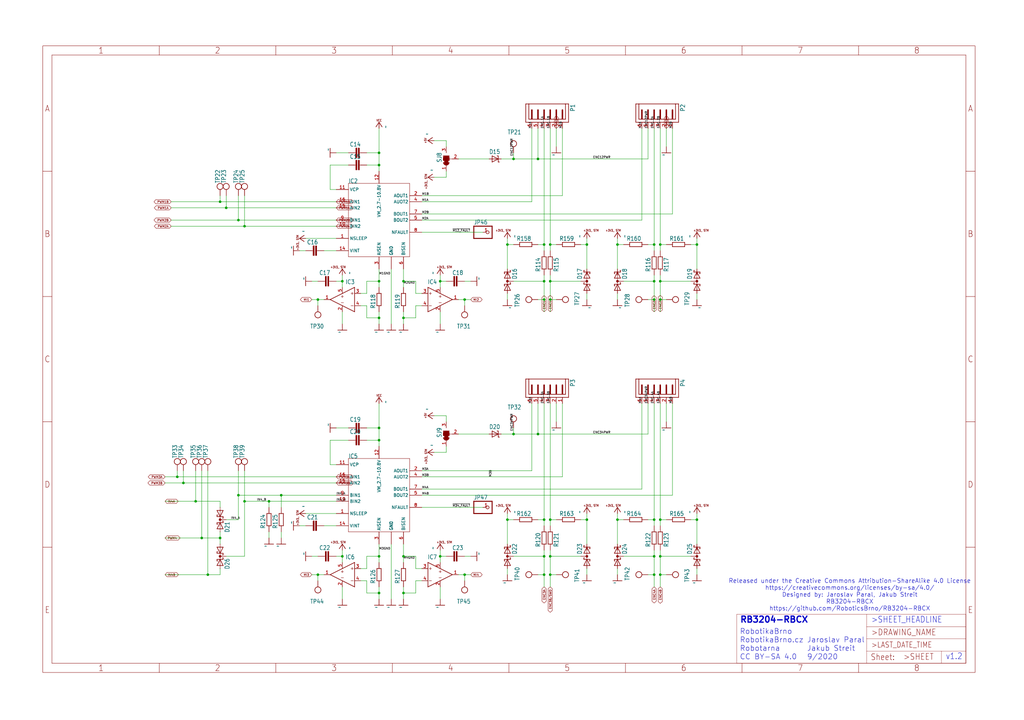
<source format=kicad_sch>
(kicad_sch (version 20211123) (generator eeschema)
  (paper "User" 425.45 299.161)
  (junction (at 210.82 101.6))
  (junction (at 101.6 208.28))
  (junction (at 271.78 116.84))
  (junction (at 193.04 238.76))
  (junction (at 223.52 66.04))
  (junction (at 91.44 223.52))
  (junction (at 289.56 101.6))
  (junction (at 157.48 132.08))
  (junction (at 271.78 101.6))
  (junction (at 228.6 231.14))
  (junction (at 210.82 215.9))
  (junction (at 226.06 238.76))
  (junction (at 274.32 238.76))
  (junction (at 213.36 180.34))
  (junction (at 274.32 116.84))
  (junction (at 226.06 116.84))
  (junction (at 142.24 116.84))
  (junction (at 256.54 101.6))
  (junction (at 142.24 231.14))
  (junction (at 157.48 246.38))
  (junction (at 182.88 231.14))
  (junction (at 157.48 63.5))
  (junction (at 132.08 238.76))
  (junction (at 226.06 215.9))
  (junction (at 228.6 238.76))
  (junction (at 157.48 116.84))
  (junction (at 93.98 86.36))
  (junction (at 99.06 205.74))
  (junction (at 271.78 231.14))
  (junction (at 86.36 238.76))
  (junction (at 116.84 205.74))
  (junction (at 193.04 124.46))
  (junction (at 167.64 246.38))
  (junction (at 274.32 231.14))
  (junction (at 132.08 124.46))
  (junction (at 91.44 83.82))
  (junction (at 256.54 215.9))
  (junction (at 157.48 231.14))
  (junction (at 111.76 208.28))
  (junction (at 228.6 101.6))
  (junction (at 228.6 215.9))
  (junction (at 81.28 208.28))
  (junction (at 167.64 116.84))
  (junction (at 76.2 200.66))
  (junction (at 83.82 223.52))
  (junction (at 271.78 238.76))
  (junction (at 226.06 101.6))
  (junction (at 223.52 180.34))
  (junction (at 243.84 101.6))
  (junction (at 243.84 215.9))
  (junction (at 157.48 68.58))
  (junction (at 228.6 124.46))
  (junction (at 271.78 215.9))
  (junction (at 167.64 231.14))
  (junction (at 157.48 182.88))
  (junction (at 274.32 101.6))
  (junction (at 213.36 66.04))
  (junction (at 228.6 116.84))
  (junction (at 157.48 177.8))
  (junction (at 289.56 215.9))
  (junction (at 101.6 93.98))
  (junction (at 274.32 215.9))
  (junction (at 167.64 132.08))
  (junction (at 226.06 231.14))
  (junction (at 73.66 198.12))
  (junction (at 226.06 124.46))
  (junction (at 182.88 116.84))
  (junction (at 99.06 91.44))
  (junction (at 271.78 124.46))
  (junction (at 274.32 124.46))
  (wire (pts (xy 231.14 124.46) (xy 228.6 124.46)))
  (wire (pts (xy 157.48 71.12) (xy 157.48 68.58)))
  (wire (pts (xy 256.54 215.9) (xy 256.54 213.36)))
  (wire (pts (xy 172.72 121.92) (xy 172.72 116.84)))
  (wire (pts (xy 152.4 127) (xy 152.4 132.08)))
  (wire (pts (xy 223.52 215.9) (xy 226.06 215.9)))
  (wire (pts (xy 226.06 101.6) (xy 226.06 104.14)))
  (wire (pts (xy 101.6 231.14) (xy 93.98 231.14)))
  (wire (pts (xy 152.4 182.88) (xy 157.48 182.88)))
  (wire (pts (xy 228.6 215.9) (xy 228.6 218.44)))
  (wire (pts (xy 213.36 231.14) (xy 226.06 231.14)))
  (wire (pts (xy 152.4 121.92) (xy 152.4 116.84)))
  (wire (pts (xy 101.6 208.28) (xy 101.6 231.14)))
  (wire (pts (xy 142.24 116.84) (xy 142.24 114.3)))
  (wire (pts (xy 91.44 236.22) (xy 91.44 238.76)))
  (wire (pts (xy 256.54 101.6) (xy 256.54 99.06)))
  (wire (pts (xy 274.32 101.6) (xy 274.32 53.34)))
  (wire (pts (xy 259.08 231.14) (xy 271.78 231.14)))
  (wire (pts (xy 287.02 215.9) (xy 289.56 215.9)))
  (wire (pts (xy 266.7 53.34) (xy 266.7 91.44)))
  (wire (pts (xy 167.64 246.38) (xy 167.64 243.84)))
  (wire (pts (xy 175.26 198.12) (xy 233.68 198.12)))
  (wire (pts (xy 185.42 73.66) (xy 185.42 71.12)))
  (wire (pts (xy 276.86 124.46) (xy 274.32 124.46)))
  (wire (pts (xy 279.4 167.64) (xy 279.4 205.74)))
  (wire (pts (xy 157.48 134.62) (xy 157.48 132.08)))
  (wire (pts (xy 276.86 238.76) (xy 274.32 238.76)))
  (wire (pts (xy 182.88 119.38) (xy 182.88 116.84)))
  (wire (pts (xy 116.84 223.52) (xy 116.84 220.98)))
  (wire (pts (xy 134.62 104.14) (xy 139.7 104.14)))
  (wire (pts (xy 162.56 226.06) (xy 162.56 248.92)))
  (wire (pts (xy 213.36 215.9) (xy 210.82 215.9)))
  (wire (pts (xy 139.7 231.14) (xy 142.24 231.14)))
  (wire (pts (xy 185.42 187.96) (xy 185.42 185.42)))
  (wire (pts (xy 223.52 124.46) (xy 226.06 124.46)))
  (wire (pts (xy 269.24 101.6) (xy 271.78 101.6)))
  (wire (pts (xy 228.6 101.6) (xy 228.6 53.34)))
  (wire (pts (xy 142.24 248.92) (xy 142.24 243.84)))
  (wire (pts (xy 213.36 63.5) (xy 213.36 66.04)))
  (wire (pts (xy 175.26 81.28) (xy 233.68 81.28)))
  (wire (pts (xy 289.56 226.06) (xy 289.56 215.9)))
  (wire (pts (xy 231.14 60.96) (xy 231.14 53.34)))
  (wire (pts (xy 157.48 185.42) (xy 157.48 182.88)))
  (wire (pts (xy 241.3 231.14) (xy 228.6 231.14)))
  (wire (pts (xy 210.82 236.22) (xy 210.82 238.76)))
  (wire (pts (xy 83.82 195.58) (xy 83.82 223.52)))
  (wire (pts (xy 139.7 91.44) (xy 99.06 91.44)))
  (wire (pts (xy 101.6 81.28) (xy 101.6 93.98)))
  (wire (pts (xy 157.48 182.88) (xy 157.48 177.8)))
  (wire (pts (xy 269.24 124.46) (xy 271.78 124.46)))
  (wire (pts (xy 83.82 223.52) (xy 68.58 223.52)))
  (wire (pts (xy 226.06 124.46) (xy 226.06 129.54)))
  (wire (pts (xy 91.44 210.82) (xy 91.44 208.28)))
  (wire (pts (xy 93.98 86.36) (xy 71.12 86.36)))
  (wire (pts (xy 157.48 116.84) (xy 157.48 111.76)))
  (wire (pts (xy 132.08 231.14) (xy 129.54 231.14)))
  (wire (pts (xy 287.02 116.84) (xy 274.32 116.84)))
  (wire (pts (xy 185.42 172.72) (xy 185.42 175.26)))
  (wire (pts (xy 228.6 116.84) (xy 228.6 114.3)))
  (wire (pts (xy 132.08 241.3) (xy 132.08 238.76)))
  (wire (pts (xy 139.7 200.66) (xy 76.2 200.66)))
  (wire (pts (xy 231.14 101.6) (xy 228.6 101.6)))
  (wire (pts (xy 172.72 231.14) (xy 167.64 231.14)))
  (wire (pts (xy 274.32 218.44) (xy 274.32 215.9)))
  (wire (pts (xy 243.84 101.6) (xy 243.84 111.76)))
  (wire (pts (xy 144.78 68.58) (xy 137.16 68.58)))
  (wire (pts (xy 223.52 53.34) (xy 223.52 66.04)))
  (wire (pts (xy 193.04 124.46) (xy 195.58 124.46)))
  (wire (pts (xy 142.24 233.68) (xy 142.24 231.14)))
  (wire (pts (xy 175.26 236.22) (xy 172.72 236.22)))
  (wire (pts (xy 271.78 218.44) (xy 271.78 215.9)))
  (wire (pts (xy 157.48 63.5) (xy 157.48 53.34)))
  (wire (pts (xy 175.26 121.92) (xy 172.72 121.92)))
  (wire (pts (xy 213.36 116.84) (xy 226.06 116.84)))
  (wire (pts (xy 210.82 111.76) (xy 210.82 101.6)))
  (wire (pts (xy 139.7 177.8) (xy 144.78 177.8)))
  (wire (pts (xy 167.64 231.14) (xy 167.64 226.06)))
  (wire (pts (xy 91.44 208.28) (xy 81.28 208.28)))
  (wire (pts (xy 134.62 238.76) (xy 132.08 238.76)))
  (wire (pts (xy 137.16 68.58) (xy 137.16 78.74)))
  (wire (pts (xy 195.58 231.14) (xy 193.04 231.14)))
  (wire (pts (xy 271.78 101.6) (xy 271.78 53.34)))
  (wire (pts (xy 157.48 248.92) (xy 157.48 246.38)))
  (wire (pts (xy 111.76 223.52) (xy 111.76 220.98)))
  (wire (pts (xy 180.34 172.72) (xy 185.42 172.72)))
  (wire (pts (xy 142.24 134.62) (xy 142.24 129.54)))
  (wire (pts (xy 226.06 231.14) (xy 226.06 228.6)))
  (wire (pts (xy 190.5 124.46) (xy 193.04 124.46)))
  (wire (pts (xy 81.28 208.28) (xy 68.58 208.28)))
  (wire (pts (xy 172.72 236.22) (xy 172.72 231.14)))
  (wire (pts (xy 228.6 228.6) (xy 228.6 231.14)))
  (wire (pts (xy 289.56 236.22) (xy 289.56 238.76)))
  (wire (pts (xy 144.78 182.88) (xy 137.16 182.88)))
  (wire (pts (xy 175.26 127) (xy 172.72 127)))
  (wire (pts (xy 182.88 231.14) (xy 182.88 228.6)))
  (wire (pts (xy 134.62 124.46) (xy 132.08 124.46)))
  (wire (pts (xy 139.7 86.36) (xy 93.98 86.36)))
  (wire (pts (xy 223.52 180.34) (xy 213.36 180.34)))
  (wire (pts (xy 175.26 88.9) (xy 279.4 88.9)))
  (wire (pts (xy 175.26 210.82) (xy 200.66 210.82)))
  (wire (pts (xy 289.56 215.9) (xy 289.56 213.36)))
  (wire (pts (xy 228.6 238.76) (xy 228.6 243.84)))
  (wire (pts (xy 276.86 60.96) (xy 276.86 53.34)))
  (wire (pts (xy 139.7 99.06) (xy 127 99.06)))
  (wire (pts (xy 182.88 116.84) (xy 182.88 114.3)))
  (wire (pts (xy 99.06 81.28) (xy 99.06 91.44)))
  (wire (pts (xy 86.36 238.76) (xy 68.58 238.76)))
  (wire (pts (xy 271.78 124.46) (xy 271.78 116.84)))
  (wire (pts (xy 132.08 127) (xy 132.08 124.46)))
  (wire (pts (xy 256.54 111.76) (xy 256.54 101.6)))
  (wire (pts (xy 182.88 134.62) (xy 182.88 129.54)))
  (wire (pts (xy 271.78 104.14) (xy 271.78 101.6)))
  (wire (pts (xy 276.86 167.64) (xy 276.86 175.26)))
  (wire (pts (xy 208.28 180.34) (xy 213.36 180.34)))
  (wire (pts (xy 152.4 177.8) (xy 157.48 177.8)))
  (wire (pts (xy 152.4 236.22) (xy 152.4 231.14)))
  (wire (pts (xy 167.64 134.62) (xy 167.64 132.08)))
  (wire (pts (xy 269.24 167.64) (xy 269.24 180.34)))
  (wire (pts (xy 152.4 116.84) (xy 157.48 116.84)))
  (wire (pts (xy 274.32 243.84) (xy 274.32 238.76)))
  (wire (pts (xy 152.4 132.08) (xy 157.48 132.08)))
  (wire (pts (xy 226.06 215.9) (xy 226.06 167.64)))
  (wire (pts (xy 243.84 215.9) (xy 243.84 213.36)))
  (wire (pts (xy 213.36 101.6) (xy 210.82 101.6)))
  (wire (pts (xy 99.06 195.58) (xy 99.06 205.74)))
  (wire (pts (xy 195.58 116.84) (xy 193.04 116.84)))
  (wire (pts (xy 180.34 73.66) (xy 185.42 73.66)))
  (wire (pts (xy 175.26 195.58) (xy 220.98 195.58)))
  (wire (pts (xy 223.52 66.04) (xy 213.36 66.04)))
  (wire (pts (xy 152.4 68.58) (xy 157.48 68.58)))
  (wire (pts (xy 137.16 78.74) (xy 139.7 78.74)))
  (wire (pts (xy 210.82 215.9) (xy 210.82 213.36)))
  (wire (pts (xy 157.48 119.38) (xy 157.48 116.84)))
  (wire (pts (xy 116.84 210.82) (xy 116.84 205.74)))
  (wire (pts (xy 93.98 81.28) (xy 93.98 86.36)))
  (wire (pts (xy 274.32 124.46) (xy 274.32 116.84)))
  (wire (pts (xy 259.08 101.6) (xy 256.54 101.6)))
  (wire (pts (xy 274.32 238.76) (xy 274.32 231.14)))
  (wire (pts (xy 127 104.14) (xy 124.46 104.14)))
  (wire (pts (xy 139.7 93.98) (xy 101.6 93.98)))
  (wire (pts (xy 116.84 205.74) (xy 99.06 205.74)))
  (wire (pts (xy 152.4 63.5) (xy 157.48 63.5)))
  (wire (pts (xy 139.7 116.84) (xy 142.24 116.84)))
  (wire (pts (xy 139.7 198.12) (xy 73.66 198.12)))
  (wire (pts (xy 172.72 127) (xy 172.72 132.08)))
  (wire (pts (xy 142.24 231.14) (xy 142.24 228.6)))
  (wire (pts (xy 172.72 241.3) (xy 172.72 246.38)))
  (wire (pts (xy 91.44 81.28) (xy 91.44 83.82)))
  (wire (pts (xy 132.08 116.84) (xy 129.54 116.84)))
  (wire (pts (xy 167.64 119.38) (xy 167.64 116.84)))
  (wire (pts (xy 149.86 127) (xy 152.4 127)))
  (wire (pts (xy 152.4 231.14) (xy 157.48 231.14)))
  (wire (pts (xy 190.5 66.04) (xy 203.2 66.04)))
  (wire (pts (xy 175.26 83.82) (xy 220.98 83.82)))
  (wire (pts (xy 269.24 53.34) (xy 269.24 66.04)))
  (wire (pts (xy 276.86 215.9) (xy 274.32 215.9)))
  (wire (pts (xy 182.88 233.68) (xy 182.88 231.14)))
  (wire (pts (xy 91.44 238.76) (xy 86.36 238.76)))
  (wire (pts (xy 271.78 238.76) (xy 271.78 231.14)))
  (wire (pts (xy 139.7 213.36) (xy 127 213.36)))
  (wire (pts (xy 137.16 193.04) (xy 139.7 193.04)))
  (wire (pts (xy 259.08 116.84) (xy 271.78 116.84)))
  (wire (pts (xy 243.84 236.22) (xy 243.84 238.76)))
  (wire (pts (xy 226.06 53.34) (xy 226.06 101.6)))
  (wire (pts (xy 157.48 177.8) (xy 157.48 167.64)))
  (wire (pts (xy 241.3 101.6) (xy 243.84 101.6)))
  (wire (pts (xy 180.34 187.96) (xy 185.42 187.96)))
  (wire (pts (xy 241.3 215.9) (xy 243.84 215.9)))
  (wire (pts (xy 99.06 215.9) (xy 93.98 215.9)))
  (wire (pts (xy 111.76 208.28) (xy 101.6 208.28)))
  (wire (pts (xy 241.3 116.84) (xy 228.6 116.84)))
  (wire (pts (xy 271.78 215.9) (xy 271.78 167.64)))
  (wire (pts (xy 271.78 243.84) (xy 271.78 238.76)))
  (wire (pts (xy 172.72 116.84) (xy 167.64 116.84)))
  (wire (pts (xy 213.36 177.8) (xy 213.36 180.34)))
  (wire (pts (xy 233.68 53.34) (xy 233.68 81.28)))
  (wire (pts (xy 124.46 218.44) (xy 127 218.44)))
  (wire (pts (xy 274.32 231.14) (xy 274.32 228.6)))
  (wire (pts (xy 223.52 101.6) (xy 226.06 101.6)))
  (wire (pts (xy 220.98 53.34) (xy 220.98 83.82)))
  (wire (pts (xy 271.78 129.54) (xy 271.78 124.46)))
  (wire (pts (xy 231.14 167.64) (xy 231.14 175.26)))
  (wire (pts (xy 99.06 91.44) (xy 71.12 91.44)))
  (wire (pts (xy 142.24 119.38) (xy 142.24 116.84)))
  (wire (pts (xy 228.6 167.64) (xy 228.6 215.9)))
  (wire (pts (xy 81.28 195.58) (xy 81.28 208.28)))
  (wire (pts (xy 175.26 96.52) (xy 200.66 96.52)))
  (wire (pts (xy 157.48 233.68) (xy 157.48 231.14)))
  (wire (pts (xy 139.7 83.82) (xy 91.44 83.82)))
  (wire (pts (xy 228.6 104.14) (xy 228.6 101.6)))
  (wire (pts (xy 274.32 129.54) (xy 274.32 124.46)))
  (wire (pts (xy 182.88 248.92) (xy 182.88 243.84)))
  (wire (pts (xy 91.44 223.52) (xy 83.82 223.52)))
  (wire (pts (xy 289.56 99.06) (xy 289.56 101.6)))
  (wire (pts (xy 73.66 198.12) (xy 68.58 198.12)))
  (wire (pts (xy 137.16 182.88) (xy 137.16 193.04)))
  (wire (pts (xy 157.48 231.14) (xy 157.48 226.06)))
  (wire (pts (xy 101.6 93.98) (xy 71.12 93.98)))
  (wire (pts (xy 266.7 167.64) (xy 266.7 203.2)))
  (wire (pts (xy 175.26 241.3) (xy 172.72 241.3)))
  (wire (pts (xy 111.76 210.82) (xy 111.76 208.28)))
  (wire (pts (xy 228.6 124.46) (xy 228.6 116.84)))
  (wire (pts (xy 167.64 233.68) (xy 167.64 231.14)))
  (wire (pts (xy 139.7 208.28) (xy 111.76 208.28)))
  (wire (pts (xy 243.84 121.92) (xy 243.84 124.46)))
  (wire (pts (xy 256.54 226.06) (xy 256.54 215.9)))
  (wire (pts (xy 132.08 124.46) (xy 129.54 124.46)))
  (wire (pts (xy 91.44 220.98) (xy 91.44 223.52)))
  (wire (pts (xy 271.78 116.84) (xy 271.78 114.3)))
  (wire (pts (xy 175.26 203.2) (xy 266.7 203.2)))
  (wire (pts (xy 271.78 231.14) (xy 271.78 228.6)))
  (wire (pts (xy 210.82 226.06) (xy 210.82 215.9)))
  (wire (pts (xy 157.48 246.38) (xy 157.48 243.84)))
  (wire (pts (xy 226.06 218.44) (xy 226.06 215.9)))
  (wire (pts (xy 193.04 238.76) (xy 195.58 238.76)))
  (wire (pts (xy 76.2 195.58) (xy 76.2 200.66)))
  (wire (pts (xy 279.4 205.74) (xy 175.26 205.74)))
  (wire (pts (xy 193.04 241.3) (xy 193.04 238.76)))
  (wire (pts (xy 139.7 63.5) (xy 144.78 63.5)))
  (wire (pts (xy 180.34 58.42) (xy 185.42 58.42)))
  (wire (pts (xy 289.56 121.92) (xy 289.56 124.46)))
  (wire (pts (xy 167.64 248.92) (xy 167.64 246.38)))
  (wire (pts (xy 149.86 236.22) (xy 152.4 236.22)))
  (wire (pts (xy 228.6 129.54) (xy 228.6 124.46)))
  (wire (pts (xy 190.5 180.34) (xy 203.2 180.34)))
  (wire (pts (xy 274.32 116.84) (xy 274.32 114.3)))
  (wire (pts (xy 139.7 205.74) (xy 116.84 205.74)))
  (wire (pts (xy 226.06 243.84) (xy 226.06 238.76)))
  (wire (pts (xy 287.02 231.14) (xy 274.32 231.14)))
  (wire (pts (xy 208.28 66.04) (xy 213.36 66.04)))
  (wire (pts (xy 231.14 238.76) (xy 228.6 238.76)))
  (wire (pts (xy 231.14 215.9) (xy 228.6 215.9)))
  (wire (pts (xy 287.02 101.6) (xy 289.56 101.6)))
  (wire (pts (xy 233.68 167.64) (xy 233.68 198.12)))
  (wire (pts (xy 193.04 127) (xy 193.04 124.46)))
  (wire (pts (xy 266.7 91.44) (xy 175.26 91.44)))
  (wire (pts (xy 243.84 226.06) (xy 243.84 215.9)))
  (wire (pts (xy 276.86 101.6) (xy 274.32 101.6)))
  (wire (pts (xy 226.06 238.76) (xy 226.06 231.14)))
  (wire (pts (xy 223.52 167.64) (xy 223.52 180.34)))
  (wire (pts (xy 132.08 238.76) (xy 129.54 238.76)))
  (wire (pts (xy 172.72 132.08) (xy 167.64 132.08)))
  (wire (pts (xy 86.36 195.58) (xy 86.36 238.76)))
  (wire (pts (xy 210.82 121.92) (xy 210.82 124.46)))
  (wire (pts (xy 73.66 195.58) (xy 73.66 198.12)))
  (wire (pts (xy 269.24 180.34) (xy 223.52 180.34)))
  (wire (pts (xy 101.6 195.58) (xy 101.6 208.28)))
  (wire (pts (xy 256.54 236.22) (xy 256.54 238.76)))
  (wire (pts (xy 223.52 238.76) (xy 226.06 238.76)))
  (wire (pts (xy 269.24 215.9) (xy 271.78 215.9)))
  (wire (pts (xy 157.48 132.08) (xy 157.48 129.54)))
  (wire (pts (xy 185.42 231.14) (xy 182.88 231.14)))
  (wire (pts (xy 185.42 116.84) (xy 182.88 116.84)))
  (wire (pts (xy 274.32 104.14) (xy 274.32 101.6)))
  (wire (pts (xy 269.24 238.76) (xy 271.78 238.76)))
  (wire (pts (xy 226.06 116.84) (xy 226.06 124.46)))
  (wire (pts (xy 172.72 246.38) (xy 167.64 246.38)))
  (wire (pts (xy 149.86 121.92) (xy 152.4 121.92)))
  (wire (pts (xy 274.32 215.9) (xy 274.32 167.64)))
  (wire (pts (xy 228.6 231.14) (xy 228.6 238.76)))
  (wire (pts (xy 256.54 121.92) (xy 256.54 124.46)))
  (wire (pts (xy 152.4 246.38) (xy 157.48 246.38)))
  (wire (pts (xy 279.4 53.34) (xy 279.4 88.9)))
  (wire (pts (xy 190.5 238.76) (xy 193.04 238.76)))
  (wire (pts (xy 210.82 101.6) (xy 210.82 99.06)))
  (wire (pts (xy 167.64 132.08) (xy 167.64 129.54)))
  (wire (pts (xy 91.44 223.52) (xy 91.44 226.06)))
  (wire (pts (xy 269.24 66.04) (xy 223.52 66.04)))
  (wire (pts (xy 149.86 241.3) (xy 152.4 241.3)))
  (wire (pts (xy 226.06 114.3) (xy 226.06 116.84)))
  (wire (pts (xy 220.98 167.64) (xy 220.98 195.58)))
  (wire (pts (xy 289.56 101.6) (xy 289.56 111.76)))
  (wire (pts (xy 259.08 215.9) (xy 256.54 215.9)))
  (wire (pts (xy 152.4 241.3) (xy 152.4 246.38)))
  (wire (pts (xy 91.44 83.82) (xy 71.12 83.82)))
  (wire (pts (xy 76.2 200.66) (xy 68.58 200.66)))
  (wire (pts (xy 134.62 218.44) (xy 139.7 218.44)))
  (wire (pts (xy 162.56 111.76) (xy 162.56 134.62)))
  (wire (pts (xy 157.48 68.58) (xy 157.48 63.5)))
  (wire (pts (xy 99.06 205.74) (xy 99.06 215.9)))
  (wire (pts (xy 243.84 99.06) (xy 243.84 101.6)))
  (wire (pts (xy 185.42 58.42) (xy 185.42 60.96)))
  (wire (pts (xy 167.64 116.84) (xy 167.64 111.76)))
  (text "Jaroslav Paral\nJakub Streit\n9/2020" (at 335.28 274.32 180) (effects (font (size 2.1844 2.1844)) (justify left bottom)))
  (text "RB3204-RBCX" (at 307.34 259.08 180) (effects (font (size 2.54 2.54) (thickness 0.508) bold) (justify left bottom)))
  (text "Released under the Creative Commons Attribution-ShareAlike 4.0 License\nhttps://creativecommons.org/licenses/by-sa/4.0/\nDesigned by: Jaroslav Paral, Jakub Streit\nRB3204-RBCX\nhttps://github.com/RoboticsBrno/RB3204-RBCX" (at 353.06 254 180) (effects (font (size 1.778 1.778)) (justify bottom)))
  (text ">SHEET_HEADLINE" (at 361.95 259.08 180) (effects (font (size 2.54 2.159)) (justify left bottom)))
  (text "RobotikaBrno\nRobotikaBrno.cz\nRobotarna\nCC BY-SA 4.0" (at 307.34 274.32 180) (effects (font (size 2.1844 2.1844)) (justify left bottom)))
  (text "v1.2" (at 392.938 274.32 180) (effects (font (size 2.54 2.159)) (justify left bottom)))
  (label "M3A" (at 175.26 195.58 0) (effects (font (size 0.889 0.889))))
  (label "M2A" (at 175.26 91.44 0) (effects (font (size 0.889 0.889))))
  (label "ENC12PWR" (at 269.24 53.34 90) (effects (font (size 0.889 0.889))))
  (label "M3GND" (at 157.48 228.6 0) (effects (font (size 0.889 0.889))))
  (label "ENC12PWR" (at 213.36 64.77 90) (effects (font (size 0.889 0.889))))
  (label "M4A" (at 266.7 167.64 90) (effects (font (size 0.889 0.889))))
  (label "ENC_4B" (at 274.32 167.64 90) (effects (font (size 0.889 0.889))))
  (label "ENC_1B" (at 228.6 53.34 90) (effects (font (size 0.889 0.889))))
  (label "M3B" (at 175.26 198.12 0) (effects (font (size 0.889 0.889))))
  (label "ENC_2B" (at 274.32 53.34 90) (effects (font (size 0.889 0.889))))
  (label "M3A" (at 220.98 167.64 90) (effects (font (size 0.889 0.889))))
  (label "ENC_1A" (at 226.06 53.34 90) (effects (font (size 0.889 0.889))))
  (label "ENC_4A" (at 271.78 167.64 90) (effects (font (size 0.889 0.889))))
  (label "M2GND" (at 167.64 118.11 0) (effects (font (size 0.889 0.889))))
  (label "ENC_2A" (at 271.78 53.34 90) (effects (font (size 0.889 0.889))))
  (label "~{M34_FAULT}" (at 187.96 210.82 0) (effects (font (size 0.889 0.889))))
  (label "IN4_B" (at 106.68 208.28 0) (effects (font (size 0.889 0.889))))
  (label "M4B" (at 175.26 205.74 0) (effects (font (size 0.889 0.889))))
  (label "M2B" (at 279.4 53.34 90) (effects (font (size 0.889 0.889))))
  (label "M1B" (at 233.68 53.34 90) (effects (font (size 0.889 0.889))))
  (label "ENC12PWR" (at 246.38 66.04 0) (effects (font (size 0.889 0.889))))
  (label "ENC_3B" (at 228.6 167.64 90) (effects (font (size 0.889 0.889))))
  (label "M2B" (at 175.26 88.9 0) (effects (font (size 0.889 0.889))))
  (label "M1A" (at 220.98 53.34 90) (effects (font (size 0.889 0.889))))
  (label "M4A" (at 175.26 203.2 0) (effects (font (size 0.889 0.889))))
  (label "IN4_A" (at 95.885 215.9 0) (effects (font (size 0.889 0.889))))
  (label "ENC34PWR" (at 269.24 167.64 90) (effects (font (size 0.889 0.889))))
  (label "ENC_3A" (at 226.06 167.64 90) (effects (font (size 0.889 0.889))))
  (label "M4GND" (at 167.64 232.41 0) (effects (font (size 0.889 0.889))))
  (label "M1B" (at 175.26 81.28 0) (effects (font (size 0.889 0.889))))
  (label "IN4_B" (at 139.7 208.28 0) (effects (font (size 0.889 0.889))))
  (label "M1GND" (at 157.48 114.3 0) (effects (font (size 0.889 0.889))))
  (label "M4B" (at 279.4 167.64 90) (effects (font (size 0.889 0.889))))
  (label "M2A" (at 266.7 53.34 90) (effects (font (size 0.889 0.889))))
  (label "IN4_A" (at 139.7 205.74 0) (effects (font (size 0.889 0.889))))
  (label "M3B" (at 204.47 198.12 90) (effects (font (size 0.889 0.889))))
  (label "M1A" (at 175.26 83.82 0) (effects (font (size 0.889 0.889))))
  (label "ENC34PWR" (at 246.38 180.34 0) (effects (font (size 0.889 0.889))))
  (label "ENC34PWR" (at 213.36 179.07 90) (effects (font (size 0.889 0.889))))
  (label "~{M12_FAULT}" (at 187.96 96.52 0) (effects (font (size 0.889 0.889))))
  (global_label "PWM2B" (shape bidirectional) (at 71.12 91.44 180) (effects (font (size 0.889 0.889))) (property "Intersheet References" "${INTERSHEET_REFS}" (effects hide)))
  (global_label "MI3" (shape bidirectional) (at 129.54 238.76 180) (effects (font (size 0.889 0.889))) (property "Intersheet References" "${INTERSHEET_REFS}" (effects hide)))
  (global_label "ENC2A" (shape bidirectional) (at 271.78 129.54 90) (effects (font (size 0.889 0.889))) (property "Intersheet References" "${INTERSHEET_REFS}" (effects hide)))
  (global_label "MI2" (shape bidirectional) (at 195.58 124.46 0) (effects (font (size 0.889 0.889))) (property "Intersheet References" "${INTERSHEET_REFS}" (effects hide)))
  (global_label "ENC2B" (shape bidirectional) (at 274.32 129.54 90) (effects (font (size 0.889 0.889))) (property "Intersheet References" "${INTERSHEET_REFS}" (effects hide)))
  (global_label "GND" (shape bidirectional) (at 231.14 53.34 90) (effects (font (size 0.889 0.889))) (property "Intersheet References" "${INTERSHEET_REFS}" (effects hide)))
  (global_label "PWM1B" (shape bidirectional) (at 139.7 83.82 0) (effects (font (size 0.889 0.889))) (property "Intersheet References" "${INTERSHEET_REFS}" (effects hide)))
  (global_label "PWM3A" (shape bidirectional) (at 68.58 198.12 180) (effects (font (size 0.889 0.889))) (property "Intersheet References" "${INTERSHEET_REFS}" (effects hide)))
  (global_label "PWM3A" (shape bidirectional) (at 139.7 198.12 0) (effects (font (size 0.889 0.889))) (property "Intersheet References" "${INTERSHEET_REFS}" (effects hide)))
  (global_label "ENC1B" (shape bidirectional) (at 228.6 129.54 90) (effects (font (size 0.889 0.889))) (property "Intersheet References" "${INTERSHEET_REFS}" (effects hide)))
  (global_label "IN4B" (shape bidirectional) (at 68.58 238.76 0) (effects (font (size 0.889 0.889))) (property "Intersheet References" "${INTERSHEET_REFS}" (effects hide)))
  (global_label "PWM4" (shape bidirectional) (at 68.58 223.52 0) (effects (font (size 0.889 0.889))) (property "Intersheet References" "${INTERSHEET_REFS}" (effects hide)))
  (global_label "PWM1A" (shape bidirectional) (at 71.12 86.36 180) (effects (font (size 0.889 0.889))) (property "Intersheet References" "${INTERSHEET_REFS}" (effects hide)))
  (global_label "ENC3B/SWO" (shape bidirectional) (at 228.6 243.84 270) (effects (font (size 0.889 0.889))) (property "Intersheet References" "${INTERSHEET_REFS}" (effects hide)))
  (global_label "IN4A" (shape bidirectional) (at 68.58 208.28 0) (effects (font (size 0.889 0.889))) (property "Intersheet References" "${INTERSHEET_REFS}" (effects hide)))
  (global_label "PWM1B" (shape bidirectional) (at 71.12 83.82 180) (effects (font (size 0.889 0.889))) (property "Intersheet References" "${INTERSHEET_REFS}" (effects hide)))
  (global_label "PWM1A" (shape bidirectional) (at 139.7 86.36 0) (effects (font (size 0.889 0.889))) (property "Intersheet References" "${INTERSHEET_REFS}" (effects hide)))
  (global_label "PWM2A" (shape bidirectional) (at 71.12 93.98 180) (effects (font (size 0.889 0.889))) (property "Intersheet References" "${INTERSHEET_REFS}" (effects hide)))
  (global_label "MI1" (shape bidirectional) (at 129.54 124.46 180) (effects (font (size 0.889 0.889))) (property "Intersheet References" "${INTERSHEET_REFS}" (effects hide)))
  (global_label "ENC4A" (shape bidirectional) (at 271.78 243.84 270) (effects (font (size 0.889 0.889))) (property "Intersheet References" "${INTERSHEET_REFS}" (effects hide)))
  (global_label "ENC3A" (shape bidirectional) (at 226.06 243.84 270) (effects (font (size 0.889 0.889))) (property "Intersheet References" "${INTERSHEET_REFS}" (effects hide)))
  (global_label "MI4" (shape bidirectional) (at 195.58 238.76 0) (effects (font (size 0.889 0.889))) (property "Intersheet References" "${INTERSHEET_REFS}" (effects hide)))
  (global_label "ENC4B" (shape bidirectional) (at 274.32 243.84 270) (effects (font (size 0.889 0.889))) (property "Intersheet References" "${INTERSHEET_REFS}" (effects hide)))
  (global_label "PWM2B" (shape bidirectional) (at 139.7 91.44 0) (effects (font (size 0.889 0.889))) (property "Intersheet References" "${INTERSHEET_REFS}" (effects hide)))
  (global_label "PWM3B" (shape bidirectional) (at 139.7 200.66 0) (effects (font (size 0.889 0.889))) (property "Intersheet References" "${INTERSHEET_REFS}" (effects hide)))
  (global_label "ENC1A" (shape bidirectional) (at 226.06 129.54 90) (effects (font (size 0.889 0.889))) (property "Intersheet References" "${INTERSHEET_REFS}" (effects hide)))
  (global_label "GND" (shape bidirectional) (at 276.86 53.34 90) (effects (font (size 0.889 0.889))) (property "Intersheet References" "${INTERSHEET_REFS}" (effects hide)))
  (global_label "PWM3B" (shape bidirectional) (at 68.58 200.66 180) (effects (font (size 0.889 0.889))) (property "Intersheet References" "${INTERSHEET_REFS}" (effects hide)))
  (global_label "PWM2A" (shape bidirectional) (at 139.7 93.98 0) (effects (font (size 0.889 0.889))) (property "Intersheet References" "${INTERSHEET_REFS}" (effects hide)))
  (symbol (lib_id "RBCX-eagle-import:SJ2W_DEFAULT") (at 185.42 180.34 180) (unit 1)
    (property "Reference" "SJ9" (at 183.515 181.864 90) (effects (font (size 1.778 1.5113)) (justify right top)))
  )
  (symbol (lib_id "RBCX-eagle-import:GND") (at 256.54 241.3 0) (unit 1)
    (property "Reference" "#GND23" (effects hide))
  )
  (symbol (lib_id "RBCX-eagle-import:SHOTTKY-SOD123") (at 205.74 66.04 0) (unit 1)
    (property "Reference" "D15" (at 203.2 64.0334 0) (effects (font (size 1.778 1.5113)) (justify left bottom)))
  )
  (symbol (lib_id "RBCX-eagle-import:C-EUC0805") (at 149.86 177.8 270) (mirror x) (unit 1)
    (property "Reference" "C19" (at 145.288 175.26 90) (effects (font (size 1.778 1.5113)) (justify left top)))
  )
  (symbol (lib_id "RBCX-eagle-import:C-EUC0402") (at 137.16 231.14 270) (mirror x) (unit 1)
    (property "Reference" "C22" (at 132.588 228.6 90) (effects (font (size 1.778 1.5113)) (justify left top)))
  )
  (symbol (lib_id "RBCX-eagle-import:R-EU_R0402") (at 116.84 215.9 90) (unit 1)
    (property "Reference" "R125" (at 115.316 219.71 0) (effects (font (size 1.778 1.5113)) (justify left bottom)))
  )
  (symbol (lib_id "RBCX-eagle-import:JST-PH6") (at 228.6 45.72 270) (unit 1)
    (property "Reference" "P1" (at 236.982 43.18 0) (effects (font (size 1.778 1.5113)) (justify left bottom)))
  )
  (symbol (lib_id "RBCX-eagle-import:A3L-LOC") (at 17.78 279.4 0) (unit 1)
    (property "Reference" "#FRAME2" (effects hide))
  )
  (symbol (lib_id "RBCX-eagle-import:R-EU_R0402") (at 271.78 223.52 90) (unit 1)
    (property "Reference" "R122" (at 270.256 227.33 0) (effects (font (size 1.778 1.5113)) (justify left bottom)))
  )
  (symbol (lib_id "RBCX-eagle-import:BAS40-04") (at 243.84 116.84 90) (unit 1)
    (property "Reference" "D17" (at 241.8334 116.078 0) (effects (font (size 1.778 1.5113)) (justify left bottom)))
  )
  (symbol (lib_id "RBCX-eagle-import:GND") (at 256.54 127 0) (mirror y) (unit 1)
    (property "Reference" "#GND40" (effects hide))
  )
  (symbol (lib_id "RBCX-eagle-import:R-EU_R0402") (at 271.78 109.22 90) (unit 1)
    (property "Reference" "R116" (at 270.256 113.03 0) (effects (font (size 1.778 1.5113)) (justify left bottom)))
  )
  (symbol (lib_id "RBCX-eagle-import:+3V3S") (at 256.54 96.52 0) (mirror y) (unit 1)
    (property "Reference" "#+3V34" (effects hide))
  )
  (symbol (lib_id "RBCX-eagle-import:VCC") (at 157.48 50.8 0) (mirror y) (unit 1)
    (property "Reference" "#P+11" (effects hide))
  )
  (symbol (lib_id "RBCX-eagle-import:GND") (at 210.82 127 0) (mirror y) (unit 1)
    (property "Reference" "#GND38" (effects hide))
  )
  (symbol (lib_id "RBCX-eagle-import:GND") (at 111.76 226.06 0) (unit 1)
    (property "Reference" "#GND91" (effects hide))
  )
  (symbol (lib_id "RBCX-eagle-import:R-EU_R0402") (at 274.32 109.22 270) (mirror x) (unit 1)
    (property "Reference" "R117" (at 275.844 113.03 0) (effects (font (size 1.778 1.5113)) (justify left bottom)))
  )
  (symbol (lib_id "RBCX-eagle-import:INA180A") (at 180.34 124.46 0) (unit 1)
    (property "Reference" "IC4" (at 181.61 118.11 0) (effects (font (size 1.778 1.5113)) (justify right bottom)))
  )
  (symbol (lib_id "RBCX-eagle-import:INA180A") (at 180.34 238.76 0) (unit 1)
    (property "Reference" "IC7" (at 181.61 232.41 0) (effects (font (size 1.778 1.5113)) (justify right bottom)))
  )
  (symbol (lib_id "RBCX-eagle-import:GND") (at 231.14 177.8 0) (unit 1)
    (property "Reference" "#GND17" (effects hide))
  )
  (symbol (lib_id "RBCX-eagle-import:TP_06MM") (at 231.14 124.46 270) (mirror x) (unit 1)
    (property "Reference" "TP27" (at 238.76 127 0) (effects (font (size 1.778 1.5113)) (justify left bottom)))
  )
  (symbol (lib_id "RBCX-eagle-import:GND") (at 210.82 241.3 0) (unit 1)
    (property "Reference" "#GND21" (effects hide))
  )
  (symbol (lib_id "RBCX-eagle-import:TP_06MM") (at 101.6 81.28 0) (unit 1)
    (property "Reference" "TP25" (at 101.6 76.2 90) (effects (font (size 1.778 1.5113)) (justify left bottom)))
  )
  (symbol (lib_id "RBCX-eagle-import:TP_06MM") (at 276.86 238.76 270) (unit 1)
    (property "Reference" "TP43" (at 284.48 236.22 0) (effects (font (size 1.778 1.5113)) (justify left bottom)))
  )
  (symbol (lib_id "RBCX-eagle-import:GND") (at 167.64 251.46 0) (unit 1)
    (property "Reference" "#GND20" (effects hide))
  )
  (symbol (lib_id "RBCX-eagle-import:+5V") (at 177.8 58.42 90) (mirror x) (unit 1)
    (property "Reference" "#P+12" (effects hide))
  )
  (symbol (lib_id "RBCX-eagle-import:GND") (at 276.86 177.8 0) (unit 1)
    (property "Reference" "#GND18" (effects hide))
  )
  (symbol (lib_id "RBCX-eagle-import:+3V3S") (at 243.84 96.52 0) (unit 1)
    (property "Reference" "#+3V5" (effects hide))
  )
  (symbol (lib_id "RBCX-eagle-import:TP_06MM") (at 99.06 195.58 0) (unit 1)
    (property "Reference" "TP38" (at 99.06 190.5 90) (effects (font (size 1.778 1.5113)) (justify left bottom)))
  )
  (symbol (lib_id "RBCX-eagle-import:R-EU_R0402") (at 218.44 101.6 0) (unit 1)
    (property "Reference" "R158" (at 214.63 100.076 0) (effects (font (size 1.778 1.5113)) (justify left bottom)))
  )
  (symbol (lib_id "RBCX-eagle-import:R-EU_R0402") (at 236.22 101.6 0) (unit 1)
    (property "Reference" "R159" (at 232.41 100.076 0) (effects (font (size 1.778 1.5113)) (justify left bottom)))
  )
  (symbol (lib_id "RBCX-eagle-import:GND") (at 167.64 137.16 0) (unit 1)
    (property "Reference" "#GND36" (effects hide))
  )
  (symbol (lib_id "RBCX-eagle-import:C-EUC0402") (at 137.16 116.84 270) (mirror x) (unit 1)
    (property "Reference" "C17" (at 132.588 114.3 90) (effects (font (size 1.778 1.5113)) (justify left top)))
  )
  (symbol (lib_id "RBCX-eagle-import:GND") (at 121.92 104.14 270) (unit 1)
    (property "Reference" "#GND30" (effects hide))
  )
  (symbol (lib_id "RBCX-eagle-import:GND") (at 231.14 63.5 0) (unit 1)
    (property "Reference" "#GND33" (effects hide))
  )
  (symbol (lib_id "RBCX-eagle-import:DRV8833PWP") (at 157.48 205.74 0) (unit 1)
    (property "Reference" "IC5" (at 144.78 190.5 0) (effects (font (size 1.778 1.5113)) (justify left bottom)))
  )
  (symbol (lib_id "RBCX-eagle-import:+3V3S") (at 256.54 210.82 0) (mirror y) (unit 1)
    (property "Reference" "#P+10" (effects hide))
  )
  (symbol (lib_id "RBCX-eagle-import:GND") (at 289.56 127 0) (mirror y) (unit 1)
    (property "Reference" "#GND39" (effects hide))
  )
  (symbol (lib_id "RBCX-eagle-import:R-EU_R1206") (at 157.48 124.46 90) (unit 1)
    (property "Reference" "R118" (at 155.956 128.27 0) (effects (font (size 1.778 1.5113)) (justify left bottom)))
  )
  (symbol (lib_id "RBCX-eagle-import:GND") (at 243.84 241.3 0) (unit 1)
    (property "Reference" "#GND22" (effects hide))
  )
  (symbol (lib_id "RBCX-eagle-import:R-EU_R0402") (at 264.16 215.9 0) (unit 1)
    (property "Reference" "R164" (at 260.35 214.376 0) (effects (font (size 1.778 1.5113)) (justify left bottom)))
  )
  (symbol (lib_id "RBCX-eagle-import:JST-PH6") (at 274.32 160.02 270) (unit 1)
    (property "Reference" "P4" (at 282.702 157.48 0) (effects (font (size 1.778 1.5113)) (justify left bottom)))
  )
  (symbol (lib_id "RBCX-eagle-import:BAS40-05") (at 91.44 215.9 270) (unit 1)
    (property "Reference" "D21" (at 93.4466 216.662 0) (effects (font (size 1.778 1.5113)) (justify left bottom)))
  )
  (symbol (lib_id "RBCX-eagle-import:TP_06MM") (at 231.14 238.76 270) (unit 1)
    (property "Reference" "TP41" (at 238.76 236.22 0) (effects (font (size 1.778 1.5113)) (justify left bottom)))
  )
  (symbol (lib_id "RBCX-eagle-import:GND") (at 162.56 137.16 0) (unit 1)
    (property "Reference" "#GND29" (effects hide))
  )
  (symbol (lib_id "RBCX-eagle-import:R-EU_R0402") (at 228.6 109.22 270) (mirror x) (unit 1)
    (property "Reference" "R115" (at 230.124 113.03 0) (effects (font (size 1.778 1.5113)) (justify left bottom)))
  )
  (symbol (lib_id "RBCX-eagle-import:+3V3S") (at 289.56 210.82 0) (unit 1)
    (property "Reference" "#P+9" (effects hide))
  )
  (symbol (lib_id "RBCX-eagle-import:GND") (at 137.16 63.5 270) (unit 1)
    (property "Reference" "#GND32" (effects hide))
  )
  (symbol (lib_id "RBCX-eagle-import:TP_06MM") (at 91.44 81.28 0) (unit 1)
    (property "Reference" "TP22" (at 91.44 76.2 90) (effects (font (size 1.778 1.5113)) (justify left bottom)))
  )
  (symbol (lib_id "RBCX-eagle-import:TP_06MM") (at 132.08 127 180) (unit 1)
    (property "Reference" "TP30" (at 134.62 134.62 0) (effects (font (size 1.778 1.5113)) (justify left bottom)))
  )
  (symbol (lib_id "RBCX-eagle-import:C-EUC0603") (at 132.08 218.44 270) (mirror x) (unit 1)
    (property "Reference" "C21" (at 127.508 215.9 90) (effects (font (size 1.778 1.5113)) (justify left top)))
  )
  (symbol (lib_id "RBCX-eagle-import:TP_06MM") (at 76.2 195.58 0) (unit 1)
    (property "Reference" "TP34" (at 76.2 190.5 90) (effects (font (size 1.778 1.5113)) (justify left bottom)))
  )
  (symbol (lib_id "RBCX-eagle-import:R-EU_R0402") (at 218.44 215.9 0) (unit 1)
    (property "Reference" "R162" (at 214.63 214.376 0) (effects (font (size 1.778 1.5113)) (justify left bottom)))
  )
  (symbol (lib_id "RBCX-eagle-import:GND") (at 162.56 251.46 0) (unit 1)
    (property "Reference" "#GND13" (effects hide))
  )
  (symbol (lib_id "RBCX-eagle-import:JST-PH6") (at 228.6 160.02 270) (unit 1)
    (property "Reference" "P3" (at 236.982 157.48 0) (effects (font (size 1.778 1.5113)) (justify left bottom)))
  )
  (symbol (lib_id "RBCX-eagle-import:TP_06MM") (at 81.28 195.58 0) (unit 1)
    (property "Reference" "TP35" (at 81.28 190.5 90) (effects (font (size 1.778 1.5113)) (justify left bottom)))
  )
  (symbol (lib_id "RBCX-eagle-import:TP_06MM") (at 213.36 177.8 0) (unit 1)
    (property "Reference" "TP32" (at 210.82 170.18 0) (effects (font (size 1.778 1.5113)) (justify left bottom)))
  )
  (symbol (lib_id "RBCX-eagle-import:TP_06MM") (at 223.52 238.76 90) (unit 1)
    (property "Reference" "TP40" (at 215.9 241.3 0) (effects (font (size 1.778 1.5113)) (justify left bottom)))
  )
  (symbol (lib_id "RBCX-eagle-import:BAS40-04") (at 210.82 116.84 270) (mirror x) (unit 1)
    (property "Reference" "D16" (at 212.8266 116.078 0) (effects (font (size 1.778 1.5113)) (justify left bottom)))
  )
  (symbol (lib_id "RBCX-eagle-import:BAS40-04") (at 210.82 231.14 270) (mirror x) (unit 1)
    (property "Reference" "D22" (at 212.8266 230.378 0) (effects (font (size 1.778 1.5113)) (justify left bottom)))
  )
  (symbol (lib_id "RBCX-eagle-import:+3V3S") (at 210.82 96.52 0) (mirror y) (unit 1)
    (property "Reference" "#+3V6" (effects hide))
  )
  (symbol (lib_id "RBCX-eagle-import:C-EUC0805") (at 149.86 63.5 270) (mirror x) (unit 1)
    (property "Reference" "C14" (at 145.288 60.96 90) (effects (font (size 1.778 1.5113)) (justify left top)))
  )
  (symbol (lib_id "RBCX-eagle-import:TP_06MM") (at 193.04 127 180) (unit 1)
    (property "Reference" "TP31" (at 195.58 134.62 0) (effects (font (size 1.778 1.5113)) (justify left bottom)))
  )
  (symbol (lib_id "RBCX-eagle-import:R-EU_R0402") (at 111.76 215.9 90) (unit 1)
    (property "Reference" "R124" (at 110.236 219.71 0) (effects (font (size 1.778 1.5113)) (justify left bottom)))
  )
  (symbol (lib_id "RBCX-eagle-import:BAS40-04") (at 289.56 116.84 90) (unit 1)
    (property "Reference" "D19" (at 287.5534 116.078 0) (effects (font (size 1.778 1.5113)) (justify left bottom)))
  )
  (symbol (lib_id "RBCX-eagle-import:GND") (at 127 116.84 270) (unit 1)
    (property "Reference" "#GND43" (effects hide))
  )
  (symbol (lib_id "RBCX-eagle-import:C-EUC0402") (at 149.86 182.88 270) (mirror x) (unit 1)
    (property "Reference" "C20" (at 145.288 180.34 90) (effects (font (size 1.778 1.5113)) (justify left top)))
  )
  (symbol (lib_id "RBCX-eagle-import:PINHD-1X1") (at 203.2 210.82 0) (unit 1)
    (property "Reference" "JP47" (at 196.85 207.645 0) (effects (font (size 1.778 1.5113)) (justify left bottom)))
  )
  (symbol (lib_id "RBCX-eagle-import:+3V3S") (at 182.88 111.76 0) (unit 1)
    (property "Reference" "#+3V13" (effects hide))
  )
  (symbol (lib_id "RBCX-eagle-import:BAS40-04") (at 256.54 116.84 270) (mirror x) (unit 1)
    (property "Reference" "D18" (at 258.5466 116.078 0) (effects (font (size 1.778 1.5113)) (justify left bottom)))
  )
  (symbol (lib_id "RBCX-eagle-import:+3V3S") (at 289.56 96.52 0) (unit 1)
    (property "Reference" "#+3V35" (effects hide))
  )
  (symbol (lib_id "RBCX-eagle-import:TP_06MM") (at 269.24 124.46 90) (mirror x) (unit 1)
    (property "Reference" "TP28" (at 261.62 121.92 0) (effects (font (size 1.778 1.5113)) (justify left bottom)))
  )
  (symbol (lib_id "RBCX-eagle-import:TP_06MM") (at 73.66 195.58 0) (unit 1)
    (property "Reference" "TP33" (at 73.66 190.5 90) (effects (font (size 1.778 1.5113)) (justify left bottom)))
  )
  (symbol (lib_id "RBCX-eagle-import:GND") (at 137.16 177.8 270) (unit 1)
    (property "Reference" "#GND15" (effects hide))
  )
  (symbol (lib_id "RBCX-eagle-import:JST-PH6") (at 274.32 45.72 270) (unit 1)
    (property "Reference" "P2" (at 282.702 43.18 0) (effects (font (size 1.778 1.5113)) (justify left bottom)))
  )
  (symbol (lib_id "RBCX-eagle-import:+3V3S") (at 142.24 226.06 0) (mirror y) (unit 1)
    (property "Reference" "#+3V8" (effects hide))
  )
  (symbol (lib_id "RBCX-eagle-import:TP_06MM") (at 132.08 241.3 180) (unit 1)
    (property "Reference" "TP44" (at 134.62 248.92 0) (effects (font (size 1.778 1.5113)) (justify left bottom)))
  )
  (symbol (lib_id "RBCX-eagle-import:GND") (at 243.84 127 0) (mirror y) (unit 1)
    (property "Reference" "#GND37" (effects hide))
  )
  (symbol (lib_id "RBCX-eagle-import:GND") (at 121.92 218.44 270) (unit 1)
    (property "Reference" "#GND14" (effects hide))
  )
  (symbol (lib_id "RBCX-eagle-import:+3V3S") (at 124.46 213.36 90) (mirror x) (unit 1)
    (property "Reference" "#+3V3" (effects hide))
  )
  (symbol (lib_id "RBCX-eagle-import:SHOTTKY-SOD123") (at 205.74 180.34 0) (unit 1)
    (property "Reference" "D20" (at 203.2 178.3334 0) (effects (font (size 1.778 1.5113)) (justify left bottom)))
  )
  (symbol (lib_id "RBCX-eagle-import:TP_06MM") (at 99.06 81.28 0) (unit 1)
    (property "Reference" "TP24" (at 99.06 76.2 90) (effects (font (size 1.778 1.5113)) (justify left bottom)))
  )
  (symbol (lib_id "RBCX-eagle-import:TP_06MM") (at 86.36 195.58 0) (unit 1)
    (property "Reference" "TP37" (at 86.36 190.5 90) (effects (font (size 1.778 1.5113)) (justify left bottom)))
  )
  (symbol (lib_id "RBCX-eagle-import:TP_06MM") (at 223.52 124.46 90) (mirror x) (unit 1)
    (property "Reference" "TP26" (at 215.9 121.92 0) (effects (font (size 1.778 1.5113)) (justify left bottom)))
  )
  (symbol (lib_id "RBCX-eagle-import:R-EU_R0402") (at 226.06 109.22 90) (unit 1)
    (property "Reference" "R114" (at 224.536 113.03 0) (effects (font (size 1.778 1.5113)) (justify left bottom)))
  )
  (symbol (lib_id "RBCX-eagle-import:SJ2W_DEFAULT") (at 185.42 66.04 180) (unit 1)
    (property "Reference" "SJ8" (at 183.515 67.564 90) (effects (font (size 1.778 1.5113)) (justify right top)))
  )
  (symbol (lib_id "RBCX-eagle-import:R-EU_R0402") (at 274.32 223.52 270) (mirror x) (unit 1)
    (property "Reference" "R123" (at 275.844 227.33 0) (effects (font (size 1.778 1.5113)) (justify left bottom)))
  )
  (symbol (lib_id "RBCX-eagle-import:C-EUC0402") (at 149.86 68.58 270) (mirror x) (unit 1)
    (property "Reference" "C15" (at 145.288 66.04 90) (effects (font (size 1.778 1.5113)) (justify left top)))
  )
  (symbol (lib_id "RBCX-eagle-import:VCC") (at 157.48 165.1 0) (mirror y) (unit 1)
    (property "Reference" "#P+5" (effects hide))
  )
  (symbol (lib_id "RBCX-eagle-import:+3V3S") (at 210.82 210.82 0) (mirror y) (unit 1)
    (property "Reference" "#P+7" (effects hide))
  )
  (symbol (lib_id "RBCX-eagle-import:+3V3S") (at 182.88 226.06 0) (unit 1)
    (property "Reference" "#+3V9" (effects hide))
  )
  (symbol (lib_id "RBCX-eagle-import:R-EU_R0402") (at 226.06 223.52 90) (unit 1)
    (property "Reference" "R120" (at 224.536 227.33 0) (effects (font (size 1.778 1.5113)) (justify left bottom)))
  )
  (symbol (lib_id "RBCX-eagle-import:TP_06MM") (at 101.6 195.58 0) (unit 1)
    (property "Reference" "TP39" (at 101.6 190.5 90) (effects (font (size 1.778 1.5113)) (justify left bottom)))
  )
  (symbol (lib_id "RBCX-eagle-import:BAS40-04") (at 289.56 231.14 90) (unit 1)
    (property "Reference" "D25" (at 287.5534 230.378 0) (effects (font (size 1.778 1.5113)) (justify left bottom)))
  )
  (symbol (lib_id "RBCX-eagle-import:DRV8833PWP") (at 157.48 91.44 0) (unit 1)
    (property "Reference" "IC2" (at 144.78 76.2 0) (effects (font (size 1.778 1.5113)) (justify left bottom)))
  )
  (symbol (lib_id "RBCX-eagle-import:GND") (at 182.88 251.46 0) (unit 1)
    (property "Reference" "#GND26" (effects hide))
  )
  (symbol (lib_id "RBCX-eagle-import:GND") (at 157.48 251.46 0) (unit 1)
    (property "Reference" "#GND19" (effects hide))
  )
  (symbol (lib_id "RBCX-eagle-import:R-EU_R0402") (at 228.6 223.52 270) (mirror x) (unit 1)
    (property "Reference" "R121" (at 230.124 227.33 0) (effects (font (size 1.778 1.5113)) (justify left bottom)))
  )
  (symbol (lib_id "RBCX-eagle-import:TP_06MM") (at 83.82 195.58 0) (unit 1)
    (property "Reference" "TP36" (at 83.82 190.5 90) (effects (font (size 1.778 1.5113)) (justify left bottom)))
  )
  (symbol (lib_id "RBCX-eagle-import:C-EUC0603") (at 132.08 104.14 270) (mirror x) (unit 1)
    (property "Reference" "C16" (at 127.508 101.6 90) (effects (font (size 1.778 1.5113)) (justify left top)))
  )
  (symbol (lib_id "RBCX-eagle-import:R-EU_R0402") (at 281.94 215.9 0) (unit 1)
    (property "Reference" "R165" (at 278.13 214.376 0) (effects (font (size 1.778 1.5113)) (justify left bottom)))
  )
  (symbol (lib_id "RBCX-eagle-import:BAS40-05") (at 91.44 231.14 270) (unit 1)
    (property "Reference" "D26" (at 93.4466 231.902 0) (effects (font (size 1.778 1.5113)) (justify left bottom)))
  )
  (symbol (lib_id "RBCX-eagle-import:GND") (at 157.48 137.16 0) (unit 1)
    (property "Reference" "#GND35" (effects hide))
  )
  (symbol (lib_id "RBCX-eagle-import:GND") (at 182.88 137.16 0) (unit 1)
    (property "Reference" "#GND42" (effects hide))
  )
  (symbol (lib_id "RBCX-eagle-import:TP_06MM") (at 193.04 241.3 180) (unit 1)
    (property "Reference" "TP45" (at 195.58 248.92 0) (effects (font (size 1.778 1.5113)) (justify left bottom)))
  )
  (symbol (lib_id "RBCX-eagle-import:GND") (at 198.12 231.14 90) (mirror x) (unit 1)
    (property "Reference" "#GND28" (effects hide))
  )
  (symbol (lib_id "RBCX-eagle-import:BAS40-04") (at 243.84 231.14 90) (unit 1)
    (property "Reference" "D23" (at 241.8334 230.378 0) (effects (font (size 1.778 1.5113)) (justify left bottom)))
  )
  (symbol (lib_id "RBCX-eagle-import:INA180A") (at 144.78 124.46 0) (mirror y) (unit 1)
    (property "Reference" "IC3" (at 143.51 118.11 0) (effects (font (size 1.778 1.5113)) (justify right bottom)))
  )
  (symbol (lib_id "RBCX-eagle-import:+3V3S") (at 142.24 111.76 0) (mirror y) (unit 1)
    (property "Reference" "#+3V12" (effects hide))
  )
  (symbol (lib_id "RBCX-eagle-import:BAS40-04") (at 256.54 231.14 270) (mirror x) (unit 1)
    (property "Reference" "D24" (at 258.5466 230.378 0) (effects (font (size 1.778 1.5113)) (justify left bottom)))
  )
  (symbol (lib_id "RBCX-eagle-import:GND") (at 127 231.14 270) (unit 1)
    (property "Reference" "#GND27" (effects hide))
  )
  (symbol (lib_id "RBCX-eagle-import:TP_06MM") (at 93.98 81.28 0) (unit 1)
    (property "Reference" "TP23" (at 93.98 76.2 90) (effects (font (size 1.778 1.5113)) (justify left bottom)))
  )
  (symbol (lib_id "RBCX-eagle-import:GND") (at 142.24 251.46 0) (unit 1)
    (property "Reference" "#GND25" (effects hide))
  )
  (symbol (lib_id "RBCX-eagle-import:R-EU_R0402") (at 281.94 101.6 0) (unit 1)
    (property "Reference" "R161" (at 278.13 100.076 0) (effects (font (size 1.778 1.5113)) (justify left bottom)))
  )
  (symbol (lib_id "RBCX-eagle-import:+3V3S") (at 243.84 210.82 0) (unit 1)
    (property "Reference" "#P+8" (effects hide))
  )
  (symbol (lib_id "RBCX-eagle-import:+3V3S") (at 177.8 187.96 90) (mirror x) (unit 1)
    (property "Reference" "#+3V4" (effects hide))
  )
  (symbol (lib_id "RBCX-eagle-import:R-EU_R1206") (at 157.48 238.76 90) (unit 1)
    (property "Reference" "R126" (at 155.956 242.57 0) (effects (font (size 1.778 1.5113)) (justify left bottom)))
  )
  (symbol (lib_id "RBCX-eagle-import:TP_06MM") (at 213.36 63.5 0) (unit 1)
    (property "Reference" "TP21" (at 210.82 55.88 0) (effects (font (size 1.778 1.5113)) (justify left bottom)))
  )
  (symbol (lib_id "RBCX-eagle-import:GND") (at 116.84 226.06 0) (unit 1)
    (property "Reference" "#GND92" (effects hide))
  )
  (symbol (lib_id "RBCX-eagle-import:TP_06MM") (at 269.24 238.76 90) (unit 1)
    (property "Reference" "TP42" (at 261.62 241.3 0) (effects (font (size 1.778 1.5113)) (justify left bottom)))
  )
  (symbol (lib_id "RBCX-eagle-import:+5V") (at 177.8 172.72 90) (mirror x) (unit 1)
    (property "Reference" "#P+6" (effects hide))
  )
  (symbol (lib_id "RBCX-eagle-import:TP_06MM") (at 276.86 124.46 270) (mirror x) (unit 1)
    (property "Reference" "TP29" (at 284.48 127 0) (effects (font (size 1.778 1.5113)) (justify left bottom)))
  )
  (symbol (lib_id "RBCX-eagle-import:R-EU_R0402") (at 264.16 101.6 0) (unit 1)
    (property "Reference" "R160" (at 260.35 100.076 0) (effects (font (size 1.778 1.5113)) (justify left bottom)))
  )
  (symbol (lib_id "RBCX-eagle-import:GND") (at 289.56 241.3 0) (unit 1)
    (property "Reference" "#GND24" (effects hide))
  )
  (symbol (lib_id "RBCX-eagle-import:GND") (at 198.12 116.84 90) (mirror x) (unit 1)
    (property "Reference" "#GND44" (effects hide))
  )
  (symbol (lib_id "RBCX-eagle-import:+3V3S") (at 124.46 99.06 90) (mirror x) (unit 1)
    (property "Reference" "#+3V10" (effects hide))
  )
  (symbol (lib_id "RBCX-eagle-import:R-EU_R1206") (at 167.64 124.46 90) (unit 1)
    (property "Reference" "R119" (at 166.116 128.27 0) (effects (font (size 1.778 1.5113)) (justify left bottom)))
  )
  (symbol (lib_id "RBCX-eagle-import:+3V3S") (at 177.8 73.66 90) (mirror x) (unit 1)
    (property "Reference" "#+3V11" (effects hide))
  )
  (symbol (lib_id "RBCX-eagle-import:R-EU_R1206") (at 167.64 238.76 90) (unit 1)
    (property "Reference" "R127" (at 166.116 242.57 0) (effects (font (size 1.778 1.5113)) (justify left bottom)))
  )
  (symbol (lib_id "RBCX-eagle-import:R-EU_R0402") (at 236.22 215.9 0) (unit 1)
    (property "Reference" "R163" (at 232.41 214.376 0) (effects (font (size 1.778 1.5113)) (justify left bottom)))
  )
  (symbol (lib_id "RBCX-eagle-import:PINHD-1X1") (at 203.2 96.52 0) (unit 1)
    (property "Reference" "JP46" (at 196.85 93.345 0) (effects (font (size 1.778 1.5113)) (justify left bottom)))
  )
  (symbol (lib_id "RBCX-eagle-import:INA180A") (at 144.78 238.76 0) (mirror y) (unit 1)
    (property "Reference" "IC6" (at 143.51 232.41 0) (effects (font (size 1.778 1.5113)) (justify right bottom)))
  )
  (symbol (lib_id "RBCX-eagle-import:C-EUC0402") (at 187.96 231.14 90) (unit 1)
    (property "Reference" "C23" (at 192.532 228.6 90) (effects (font (size 1.778 1.5113)) (justify left top)))
  )
  (symbol (lib_id "RBCX-eagle-import:GND") (at 142.24 137.16 0) (unit 1)
    (property "Reference" "#GND41" (effects hide))
  )
  (symbol (lib_id "RBCX-eagle-import:C-EUC0402") (at 187.96 116.84 90) (unit 1)
    (property "Reference" "C18" (at 192.532 114.3 90) (effects (font (size 1.778 1.5113)) (justify left top)))
  )
  (symbol (lib_id "RBCX-eagle-import:GND") (at 276.86 63.5 0) (unit 1)
    (property "Reference" "#GND34" (effects hide))
  )
)
</source>
